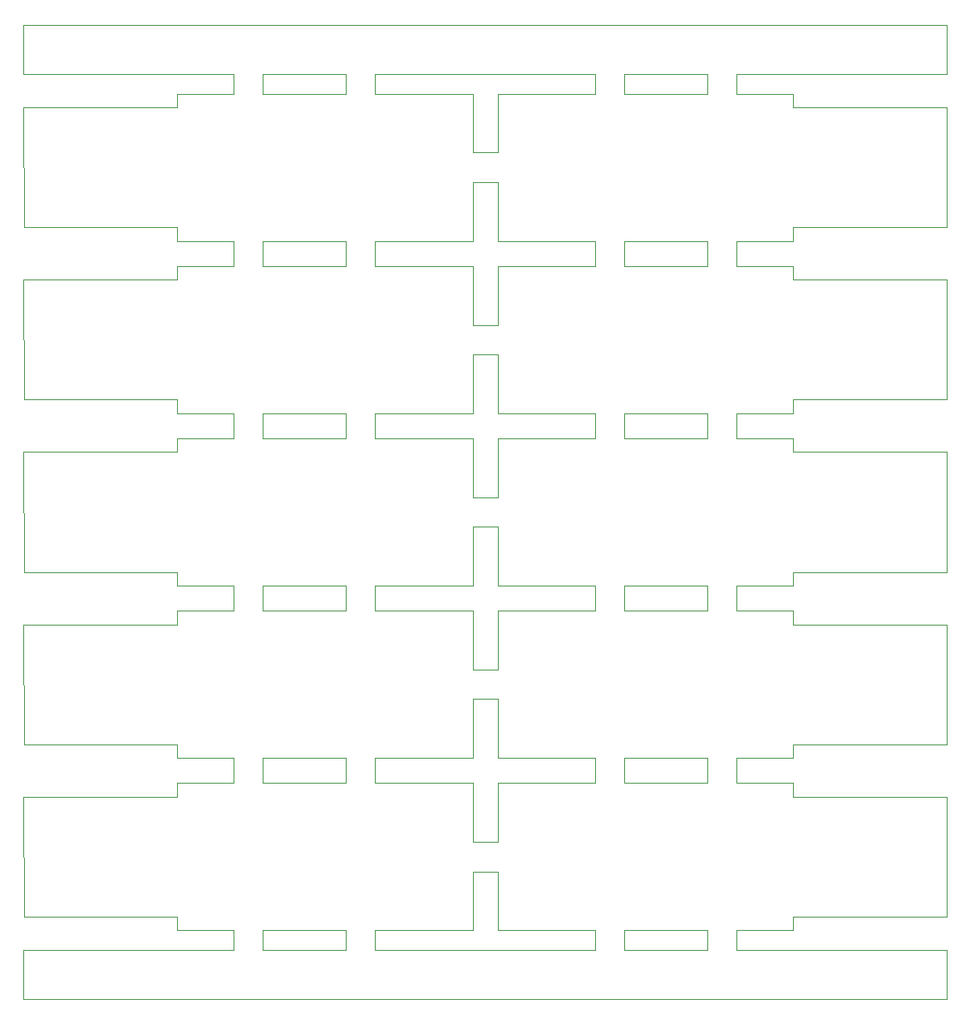
<source format=gbr>
%TF.GenerationSoftware,KiCad,Pcbnew,9.0.3*%
%TF.CreationDate,2025-07-30T17:20:14+02:00*%
%TF.ProjectId,Untitled6,556e7469-746c-4656-9436-2e6b69636164,rev?*%
%TF.SameCoordinates,Original*%
%TF.FileFunction,Profile,NP*%
%FSLAX46Y46*%
G04 Gerber Fmt 4.6, Leading zero omitted, Abs format (unit mm)*
G04 Created by KiCad (PCBNEW 9.0.3) date 2025-07-30 17:20:14*
%MOMM*%
%LPD*%
G01*
G04 APERTURE LIST*
%TA.AperFunction,Profile*%
%ADD10C,0.100000*%
%TD*%
G04 APERTURE END LIST*
D10*
X179870000Y-28400500D02*
X179870000Y-27000500D01*
X162705000Y-78351500D02*
X162705000Y-78349500D01*
X174140000Y-42000500D02*
X179900000Y-42000500D01*
X179870000Y-97160500D02*
X174140000Y-97160500D01*
X137295000Y-112160500D02*
X147230000Y-112160500D01*
X134295000Y-77080500D02*
X134295000Y-78349500D01*
X125860000Y-97160500D02*
X125860000Y-95891500D01*
X159705000Y-95891500D02*
X159705000Y-97160500D01*
X101500000Y-93220500D02*
X114425000Y-93220500D01*
X179900000Y-112160500D02*
X179900000Y-110760500D01*
X137295000Y-43271500D02*
X137295000Y-43269500D01*
X195510000Y-58140500D02*
X195500000Y-45940500D01*
X159705000Y-79620500D02*
X149770000Y-79620500D01*
X162705000Y-77080500D02*
X171140000Y-77080500D01*
X122860000Y-95891500D02*
X122860000Y-97160500D01*
X174140000Y-95889500D02*
X174140000Y-94620500D01*
X195510000Y-114161500D02*
X182575000Y-114161500D01*
X117130000Y-42000500D02*
X122860000Y-42000500D01*
X195510000Y-40600500D02*
X195500000Y-28400500D01*
X195510000Y-110760500D02*
X195500000Y-98560500D01*
X134295000Y-97160500D02*
X125860000Y-97160500D01*
X171140000Y-43269500D02*
X171140000Y-43271500D01*
X125860000Y-77080500D02*
X134295000Y-77080500D01*
X134295000Y-59540500D02*
X134295000Y-60809500D01*
X101490000Y-81020500D02*
X101500000Y-93220500D01*
X195510000Y-20000000D02*
X101490000Y-20000000D01*
X147230000Y-103160500D02*
X147230000Y-97160500D01*
X134295000Y-114161500D02*
X125860000Y-114161500D01*
X159705000Y-43271500D02*
X159705000Y-44540500D01*
X122860000Y-94620500D02*
X122860000Y-95889500D01*
X117100000Y-44540500D02*
X117100000Y-45940500D01*
X125860000Y-59540500D02*
X134295000Y-59540500D01*
X159705000Y-27000500D02*
X149770000Y-27000500D01*
X149770000Y-44540500D02*
X149770000Y-50540500D01*
X179870000Y-98560500D02*
X179870000Y-97160500D01*
X149770000Y-85620500D02*
X148501000Y-85620500D01*
X179900000Y-58140500D02*
X182575000Y-58140500D01*
X125860000Y-95891500D02*
X125860000Y-95889500D01*
X134295000Y-62080500D02*
X125860000Y-62080500D01*
X125860000Y-27000500D02*
X125860000Y-25000000D01*
X149770000Y-36000500D02*
X149770000Y-42000500D01*
X117130000Y-40600500D02*
X117130000Y-42000500D01*
X148499000Y-88620500D02*
X148501000Y-88620500D01*
X117130000Y-59540500D02*
X122860000Y-59540500D01*
X182575000Y-25000000D02*
X195510000Y-25000000D01*
X162705000Y-44540500D02*
X162705000Y-43271500D01*
X137295000Y-60809500D02*
X137295000Y-59540500D01*
X182575000Y-28400500D02*
X179870000Y-28400500D01*
X162705000Y-60809500D02*
X162705000Y-59540500D01*
X147230000Y-50540500D02*
X147230000Y-44540500D01*
X147230000Y-97160500D02*
X137295000Y-97160500D01*
X148499000Y-71080500D02*
X148501000Y-71080500D01*
X171140000Y-77080500D02*
X171140000Y-78349500D01*
X122860000Y-43269500D02*
X122860000Y-43271500D01*
X195510000Y-119161500D02*
X195510000Y-114161500D01*
X149770000Y-59540500D02*
X159705000Y-59540500D01*
X149770000Y-68080500D02*
X148501000Y-68080500D01*
X149770000Y-53540500D02*
X149770000Y-59540500D01*
X114425000Y-75680500D02*
X117130000Y-75680500D01*
X179900000Y-93220500D02*
X182575000Y-93220500D01*
X159705000Y-43269500D02*
X159705000Y-43271500D01*
X137295000Y-44540500D02*
X137295000Y-43271500D01*
X149770000Y-33000500D02*
X148501000Y-33000500D01*
X182575000Y-45940500D02*
X179870000Y-45940500D01*
X182575000Y-110760500D02*
X195510000Y-110760500D01*
X179870000Y-63480500D02*
X179870000Y-62080500D01*
X174140000Y-43271500D02*
X174140000Y-43269500D01*
X179870000Y-62080500D02*
X174140000Y-62080500D01*
X117100000Y-62080500D02*
X117100000Y-63480500D01*
X174140000Y-94620500D02*
X179900000Y-94620500D01*
X159705000Y-62080500D02*
X149770000Y-62080500D01*
X117130000Y-94620500D02*
X122860000Y-94620500D01*
X162705000Y-112160500D02*
X171140000Y-112160500D01*
X179870000Y-79620500D02*
X174140000Y-79620500D01*
X174140000Y-27000500D02*
X174140000Y-25000000D01*
X147230000Y-36000500D02*
X148499000Y-36000500D01*
X101500000Y-110760500D02*
X114425000Y-110760500D01*
X134295000Y-95889500D02*
X134295000Y-95891500D01*
X137295000Y-79620500D02*
X137295000Y-78351500D01*
X148501000Y-33000500D02*
X148499000Y-33000500D01*
X171140000Y-78351500D02*
X171140000Y-79620500D01*
X148499000Y-53540500D02*
X148501000Y-53540500D01*
X162705000Y-59540500D02*
X171140000Y-59540500D01*
X114425000Y-45940500D02*
X101490000Y-45940500D01*
X147230000Y-94620500D02*
X147230000Y-88620500D01*
X134295000Y-112160500D02*
X134295000Y-114161500D01*
X101490000Y-63480500D02*
X101500000Y-75680500D01*
X137295000Y-42000500D02*
X147230000Y-42000500D01*
X148499000Y-50540500D02*
X147230000Y-50540500D01*
X174140000Y-112160500D02*
X179900000Y-112160500D01*
X147230000Y-44540500D02*
X137295000Y-44540500D01*
X147230000Y-62080500D02*
X137295000Y-62080500D01*
X179900000Y-110760500D02*
X182575000Y-110760500D01*
X171140000Y-79620500D02*
X162705000Y-79620500D01*
X171140000Y-95891500D02*
X171140000Y-97160500D01*
X149770000Y-103160500D02*
X148501000Y-103160500D01*
X174140000Y-78349500D02*
X174140000Y-77080500D01*
X101490000Y-45940500D02*
X101500000Y-58140500D01*
X174140000Y-95891500D02*
X174140000Y-95889500D01*
X171140000Y-60809500D02*
X171140000Y-60811500D01*
X159705000Y-25000000D02*
X159705000Y-27000500D01*
X149770000Y-50540500D02*
X148501000Y-50540500D01*
X147230000Y-68080500D02*
X147230000Y-62080500D01*
X114425000Y-63480500D02*
X101490000Y-63480500D01*
X162705000Y-114161500D02*
X162705000Y-112160500D01*
X159705000Y-60811500D02*
X159705000Y-62080500D01*
X148501000Y-53540500D02*
X149770000Y-53540500D01*
X114425000Y-98560500D02*
X101490000Y-98560500D01*
X147230000Y-106160500D02*
X148499000Y-106160500D01*
X174140000Y-62080500D02*
X174140000Y-60811500D01*
X159705000Y-59540500D02*
X159705000Y-60809500D01*
X171140000Y-112160500D02*
X171140000Y-114161500D01*
X149770000Y-71080500D02*
X149770000Y-77080500D01*
X162705000Y-42000500D02*
X171140000Y-42000500D01*
X117130000Y-112160500D02*
X122860000Y-112160500D01*
X134295000Y-78351500D02*
X134295000Y-79620500D01*
X179900000Y-94620500D02*
X179900000Y-93220500D01*
X159705000Y-94620500D02*
X159705000Y-95889500D01*
X159705000Y-60809500D02*
X159705000Y-60811500D01*
X122860000Y-42000500D02*
X122860000Y-43269500D01*
X159705000Y-44540500D02*
X149770000Y-44540500D01*
X101500000Y-40600500D02*
X114425000Y-40600500D01*
X148499000Y-36000500D02*
X148501000Y-36000500D01*
X174140000Y-60809500D02*
X174140000Y-59540500D01*
X101490000Y-20000000D02*
X101490000Y-25000000D01*
X149770000Y-88620500D02*
X149770000Y-94620500D01*
X147230000Y-42000500D02*
X147230000Y-36000500D01*
X125860000Y-114161500D02*
X125860000Y-112160500D01*
X137295000Y-27000500D02*
X137295000Y-25000000D01*
X148499000Y-103160500D02*
X147230000Y-103160500D01*
X125860000Y-25000000D02*
X134295000Y-25000000D01*
X125860000Y-60809500D02*
X125860000Y-59540500D01*
X174140000Y-78351500D02*
X174140000Y-78349500D01*
X174140000Y-60811500D02*
X174140000Y-60809500D01*
X171140000Y-78349500D02*
X171140000Y-78351500D01*
X162705000Y-79620500D02*
X162705000Y-78351500D01*
X125860000Y-60811500D02*
X125860000Y-60809500D01*
X125860000Y-112160500D02*
X134295000Y-112160500D01*
X117100000Y-28400500D02*
X114425000Y-28400500D01*
X182575000Y-40600500D02*
X195510000Y-40600500D01*
X147230000Y-33000500D02*
X147230000Y-27000500D01*
X125860000Y-79620500D02*
X125860000Y-78351500D01*
X125860000Y-43271500D02*
X125860000Y-43269500D01*
X149770000Y-112160500D02*
X159705000Y-112160500D01*
X182575000Y-75680500D02*
X195510000Y-75680500D01*
X101500000Y-58140500D02*
X114425000Y-58140500D01*
X182575000Y-58140500D02*
X195510000Y-58140500D01*
X174140000Y-59540500D02*
X179900000Y-59540500D01*
X134295000Y-60809500D02*
X134295000Y-60811500D01*
X134295000Y-94620500D02*
X134295000Y-95889500D01*
X137295000Y-62080500D02*
X137295000Y-60811500D01*
X117100000Y-27000500D02*
X117100000Y-28400500D01*
X149770000Y-94620500D02*
X159705000Y-94620500D01*
X134295000Y-43269500D02*
X134295000Y-43271500D01*
X122860000Y-59540500D02*
X122860000Y-60809500D01*
X134295000Y-95891500D02*
X134295000Y-97160500D01*
X147230000Y-79620500D02*
X137295000Y-79620500D01*
X195500000Y-45940500D02*
X182575000Y-45940500D01*
X134295000Y-78349500D02*
X134295000Y-78351500D01*
X174140000Y-97160500D02*
X174140000Y-95891500D01*
X117100000Y-45940500D02*
X114425000Y-45940500D01*
X122860000Y-79620500D02*
X117100000Y-79620500D01*
X134295000Y-43271500D02*
X134295000Y-44540500D01*
X174140000Y-25000000D02*
X182575000Y-25000000D01*
X122860000Y-62080500D02*
X117100000Y-62080500D01*
X114425000Y-93220500D02*
X117130000Y-93220500D01*
X171140000Y-59540500D02*
X171140000Y-60809500D01*
X179900000Y-42000500D02*
X179900000Y-40600500D01*
X148501000Y-50540500D02*
X148499000Y-50540500D01*
X122860000Y-43271500D02*
X122860000Y-44540500D01*
X117130000Y-75680500D02*
X117130000Y-77080500D01*
X122860000Y-114161500D02*
X114425000Y-114161500D01*
X159705000Y-78349500D02*
X159705000Y-78351500D01*
X195500000Y-81020500D02*
X182575000Y-81020500D01*
X171140000Y-60811500D02*
X171140000Y-62080500D01*
X147230000Y-112160500D02*
X147230000Y-106160500D01*
X179870000Y-44540500D02*
X174140000Y-44540500D01*
X125860000Y-94620500D02*
X134295000Y-94620500D01*
X195500000Y-98560500D02*
X182575000Y-98560500D01*
X125860000Y-44540500D02*
X125860000Y-43271500D01*
X149770000Y-97160500D02*
X149770000Y-103160500D01*
X182575000Y-63480500D02*
X179870000Y-63480500D01*
X101490000Y-28400500D02*
X101500000Y-40600500D01*
X148501000Y-68080500D02*
X148499000Y-68080500D01*
X137295000Y-94620500D02*
X147230000Y-94620500D01*
X149770000Y-62080500D02*
X149770000Y-68080500D01*
X101490000Y-25000000D02*
X111425000Y-25000000D01*
X134295000Y-42000500D02*
X134295000Y-43269500D01*
X182575000Y-81020500D02*
X179870000Y-81020500D01*
X125860000Y-43269500D02*
X125860000Y-42000500D01*
X117130000Y-58140500D02*
X117130000Y-59540500D01*
X179870000Y-27000500D02*
X174140000Y-27000500D01*
X122860000Y-97160500D02*
X117100000Y-97160500D01*
X137295000Y-95889500D02*
X137295000Y-94620500D01*
X195510000Y-75680500D02*
X195500000Y-63480500D01*
X179900000Y-59540500D02*
X179900000Y-58140500D01*
X162705000Y-62080500D02*
X162705000Y-60811500D01*
X174140000Y-77080500D02*
X179900000Y-77080500D01*
X148499000Y-68080500D02*
X147230000Y-68080500D01*
X137295000Y-78349500D02*
X137295000Y-77080500D01*
X137295000Y-43269500D02*
X137295000Y-42000500D01*
X134295000Y-44540500D02*
X125860000Y-44540500D01*
X125860000Y-62080500D02*
X125860000Y-60811500D01*
X137295000Y-114161500D02*
X137295000Y-112160500D01*
X147230000Y-71080500D02*
X148499000Y-71080500D01*
X122860000Y-60809500D02*
X122860000Y-60811500D01*
X174140000Y-114161500D02*
X174140000Y-112160500D01*
X171140000Y-97160500D02*
X162705000Y-97160500D01*
X122860000Y-25000000D02*
X122860000Y-27000500D01*
X179870000Y-45940500D02*
X179870000Y-44540500D01*
X134295000Y-79620500D02*
X125860000Y-79620500D01*
X137295000Y-60811500D02*
X137295000Y-60809500D01*
X162705000Y-25000000D02*
X171140000Y-25000000D01*
X147230000Y-77080500D02*
X147230000Y-71080500D01*
X134295000Y-25000000D02*
X134295000Y-27000500D01*
X134295000Y-60811500D02*
X134295000Y-62080500D01*
X122860000Y-27000500D02*
X117100000Y-27000500D01*
X148501000Y-85620500D02*
X148499000Y-85620500D01*
X195510000Y-93220500D02*
X195500000Y-81020500D01*
X171140000Y-25000000D02*
X171140000Y-27000500D01*
X159705000Y-78351500D02*
X159705000Y-79620500D01*
X159705000Y-97160500D02*
X149770000Y-97160500D01*
X162705000Y-27000500D02*
X162705000Y-25000000D01*
X122860000Y-77080500D02*
X122860000Y-78349500D01*
X122860000Y-95889500D02*
X122860000Y-95891500D01*
X148499000Y-106160500D02*
X148501000Y-106160500D01*
X122860000Y-60811500D02*
X122860000Y-62080500D01*
X149770000Y-106160500D02*
X149770000Y-112160500D01*
X117100000Y-97160500D02*
X117100000Y-98560500D01*
X148501000Y-36000500D02*
X149770000Y-36000500D01*
X179870000Y-81020500D02*
X179870000Y-79620500D01*
X149770000Y-42000500D02*
X159705000Y-42000500D01*
X147230000Y-59540500D02*
X147230000Y-53540500D01*
X114425000Y-110760500D02*
X117130000Y-110760500D01*
X117100000Y-81020500D02*
X114425000Y-81020500D01*
X147230000Y-85620500D02*
X147230000Y-79620500D01*
X174140000Y-44540500D02*
X174140000Y-43271500D01*
X117100000Y-79620500D02*
X117100000Y-81020500D01*
X125860000Y-42000500D02*
X134295000Y-42000500D01*
X162705000Y-95891500D02*
X162705000Y-95889500D01*
X162705000Y-43271500D02*
X162705000Y-43269500D01*
X147230000Y-27000500D02*
X137295000Y-27000500D01*
X174140000Y-43269500D02*
X174140000Y-42000500D01*
X137295000Y-59540500D02*
X147230000Y-59540500D01*
X114425000Y-81020500D02*
X101490000Y-81020500D01*
X182575000Y-98560500D02*
X179870000Y-98560500D01*
X162705000Y-43269500D02*
X162705000Y-42000500D01*
X182575000Y-93220500D02*
X195510000Y-93220500D01*
X147230000Y-53540500D02*
X148499000Y-53540500D01*
X162705000Y-95889500D02*
X162705000Y-94620500D01*
X114425000Y-114161500D02*
X101490000Y-114161500D01*
X114425000Y-28400500D02*
X101490000Y-28400500D01*
X125860000Y-78351500D02*
X125860000Y-78349500D01*
X162705000Y-78349500D02*
X162705000Y-77080500D01*
X125860000Y-78349500D02*
X125860000Y-77080500D01*
X114425000Y-40600500D02*
X117130000Y-40600500D01*
X125860000Y-95889500D02*
X125860000Y-94620500D01*
X137295000Y-95891500D02*
X137295000Y-95889500D01*
X179900000Y-77080500D02*
X179900000Y-75680500D01*
X149770000Y-27000500D02*
X149770000Y-33000500D01*
X122860000Y-78349500D02*
X122860000Y-78351500D01*
X179900000Y-75680500D02*
X182575000Y-75680500D01*
X148501000Y-106160500D02*
X149770000Y-106160500D01*
X137295000Y-25000000D02*
X159705000Y-25000000D01*
X171140000Y-95889500D02*
X171140000Y-95891500D01*
X148501000Y-71080500D02*
X149770000Y-71080500D01*
X159705000Y-95889500D02*
X159705000Y-95891500D01*
X195500000Y-28400500D02*
X182575000Y-28400500D01*
X171140000Y-27000500D02*
X162705000Y-27000500D01*
X101500000Y-75680500D02*
X114425000Y-75680500D01*
X195510000Y-25000000D02*
X195510000Y-20000000D01*
X159705000Y-114161500D02*
X137295000Y-114161500D01*
X147230000Y-88620500D02*
X148499000Y-88620500D01*
X117130000Y-93220500D02*
X117130000Y-94620500D01*
X182575000Y-114161500D02*
X174140000Y-114161500D01*
X122860000Y-112160500D02*
X122860000Y-114161500D01*
X149770000Y-79620500D02*
X149770000Y-85620500D01*
X148499000Y-85620500D02*
X147230000Y-85620500D01*
X179900000Y-40600500D02*
X182575000Y-40600500D01*
X159705000Y-112160500D02*
X159705000Y-114161500D01*
X122860000Y-78351500D02*
X122860000Y-79620500D01*
X117100000Y-63480500D02*
X114425000Y-63480500D01*
X137295000Y-77080500D02*
X147230000Y-77080500D01*
X134295000Y-27000500D02*
X125860000Y-27000500D01*
X114425000Y-58140500D02*
X117130000Y-58140500D01*
X195500000Y-63480500D02*
X182575000Y-63480500D01*
X171140000Y-43271500D02*
X171140000Y-44540500D01*
X159705000Y-77080500D02*
X159705000Y-78349500D01*
X137295000Y-78351500D02*
X137295000Y-78349500D01*
X148501000Y-103160500D02*
X148499000Y-103160500D01*
X137295000Y-97160500D02*
X137295000Y-95891500D01*
X122860000Y-44540500D02*
X117100000Y-44540500D01*
X111425000Y-25000000D02*
X122860000Y-25000000D01*
X171140000Y-62080500D02*
X162705000Y-62080500D01*
X148499000Y-33000500D02*
X147230000Y-33000500D01*
X117130000Y-110760500D02*
X117130000Y-112160500D01*
X171140000Y-94620500D02*
X171140000Y-95889500D01*
X101490000Y-119161500D02*
X195510000Y-119161500D01*
X171140000Y-114161500D02*
X162705000Y-114161500D01*
X171140000Y-44540500D02*
X162705000Y-44540500D01*
X174140000Y-79620500D02*
X174140000Y-78351500D01*
X101490000Y-98560500D02*
X101500000Y-110760500D01*
X117130000Y-77080500D02*
X122860000Y-77080500D01*
X148501000Y-88620500D02*
X149770000Y-88620500D01*
X159705000Y-42000500D02*
X159705000Y-43269500D01*
X162705000Y-94620500D02*
X171140000Y-94620500D01*
X171140000Y-42000500D02*
X171140000Y-43269500D01*
X101490000Y-114161500D02*
X101490000Y-119161500D01*
X162705000Y-60811500D02*
X162705000Y-60809500D01*
X149770000Y-77080500D02*
X159705000Y-77080500D01*
X162705000Y-97160500D02*
X162705000Y-95891500D01*
X117100000Y-98560500D02*
X114425000Y-98560500D01*
M02*

</source>
